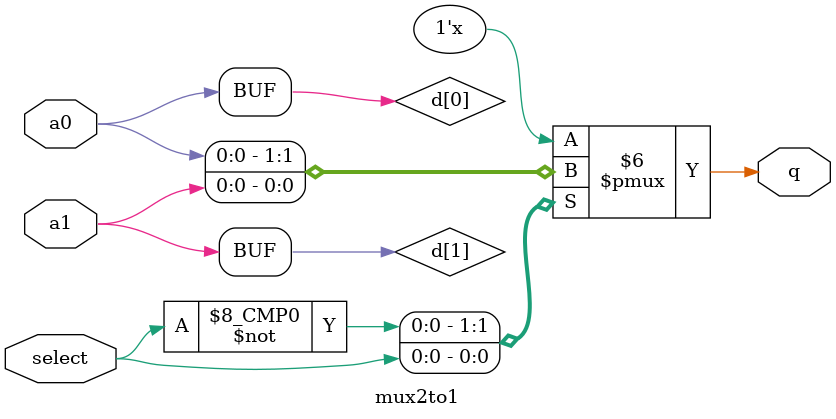
<source format=v>
`timescale 1ns / 1ps
module mux2to1(output q,input a0,input a1,input select);
	wire d[1:0];
	assign d[0] = a0;
	assign d[1] = a1;
	assign q = d[select];
endmodule

</source>
